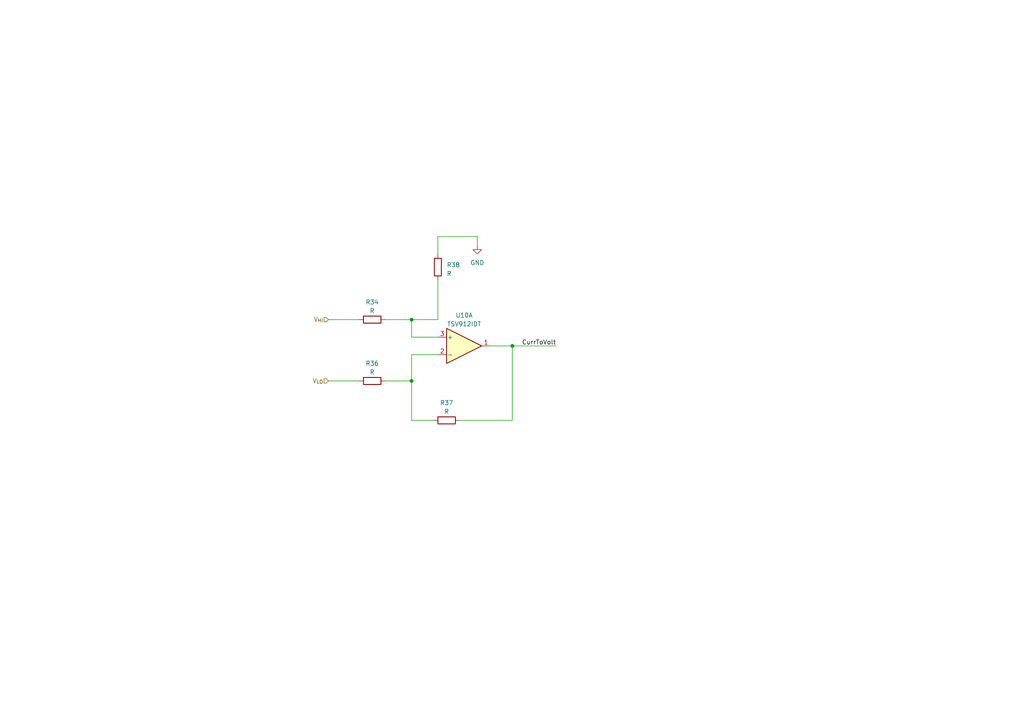
<source format=kicad_sch>
(kicad_sch (version 20230121) (generator eeschema)

  (uuid 5b5beaed-f666-4af4-a2f5-77fd102b94b9)

  (paper "A4")

  (lib_symbols
    (symbol "Amplifier_Operational:TSV912IDT" (pin_names (offset 0.127)) (in_bom yes) (on_board yes)
      (property "Reference" "U" (at 0 5.08 0)
        (effects (font (size 1.27 1.27)) (justify left))
      )
      (property "Value" "TSV912IDT" (at 0 -5.08 0)
        (effects (font (size 1.27 1.27)) (justify left))
      )
      (property "Footprint" "" (at 0 0 0)
        (effects (font (size 1.27 1.27)) hide)
      )
      (property "Datasheet" "www.st.com/resource/en/datasheet/tsv911.pdf" (at 0 0 0)
        (effects (font (size 1.27 1.27)) hide)
      )
      (property "ki_locked" "" (at 0 0 0)
        (effects (font (size 1.27 1.27)))
      )
      (property "ki_keywords" "dual opamp" (at 0 0 0)
        (effects (font (size 1.27 1.27)) hide)
      )
      (property "ki_description" "Dual rail-to-rail input/output 8 MHz operational amplifiers, SOIC-8" (at 0 0 0)
        (effects (font (size 1.27 1.27)) hide)
      )
      (property "ki_fp_filters" "SOIC*3.9x4.9mm*P1.27mm* DIP*W7.62mm* TO*99* OnSemi*Micro8* TSSOP*3x3mm*P0.65mm* TSSOP*4.4x3mm*P0.65mm* MSOP*3x3mm*P0.65mm* SSOP*3.9x4.9mm*P0.635mm* LFCSP*2x2mm*P0.5mm* *SIP* SOIC*5.3x6.2mm*P1.27mm*" (at 0 0 0)
        (effects (font (size 1.27 1.27)) hide)
      )
      (symbol "TSV912IDT_1_1"
        (polyline
          (pts
            (xy -5.08 5.08)
            (xy 5.08 0)
            (xy -5.08 -5.08)
            (xy -5.08 5.08)
          )
          (stroke (width 0.254) (type default))
          (fill (type background))
        )
        (pin output line (at 7.62 0 180) (length 2.54)
          (name "~" (effects (font (size 1.27 1.27))))
          (number "1" (effects (font (size 1.27 1.27))))
        )
        (pin input line (at -7.62 -2.54 0) (length 2.54)
          (name "-" (effects (font (size 1.27 1.27))))
          (number "2" (effects (font (size 1.27 1.27))))
        )
        (pin input line (at -7.62 2.54 0) (length 2.54)
          (name "+" (effects (font (size 1.27 1.27))))
          (number "3" (effects (font (size 1.27 1.27))))
        )
      )
      (symbol "TSV912IDT_2_1"
        (polyline
          (pts
            (xy -5.08 5.08)
            (xy 5.08 0)
            (xy -5.08 -5.08)
            (xy -5.08 5.08)
          )
          (stroke (width 0.254) (type default))
          (fill (type background))
        )
        (pin input line (at -7.62 2.54 0) (length 2.54)
          (name "+" (effects (font (size 1.27 1.27))))
          (number "5" (effects (font (size 1.27 1.27))))
        )
        (pin input line (at -7.62 -2.54 0) (length 2.54)
          (name "-" (effects (font (size 1.27 1.27))))
          (number "6" (effects (font (size 1.27 1.27))))
        )
        (pin output line (at 7.62 0 180) (length 2.54)
          (name "~" (effects (font (size 1.27 1.27))))
          (number "7" (effects (font (size 1.27 1.27))))
        )
      )
      (symbol "TSV912IDT_3_1"
        (pin power_in line (at -2.54 -7.62 90) (length 3.81)
          (name "V-" (effects (font (size 1.27 1.27))))
          (number "4" (effects (font (size 1.27 1.27))))
        )
        (pin power_in line (at -2.54 7.62 270) (length 3.81)
          (name "V+" (effects (font (size 1.27 1.27))))
          (number "8" (effects (font (size 1.27 1.27))))
        )
      )
    )
    (symbol "Device:R" (pin_numbers hide) (pin_names (offset 0)) (in_bom yes) (on_board yes)
      (property "Reference" "R" (at 2.032 0 90)
        (effects (font (size 1.27 1.27)))
      )
      (property "Value" "R" (at 0 0 90)
        (effects (font (size 1.27 1.27)))
      )
      (property "Footprint" "" (at -1.778 0 90)
        (effects (font (size 1.27 1.27)) hide)
      )
      (property "Datasheet" "~" (at 0 0 0)
        (effects (font (size 1.27 1.27)) hide)
      )
      (property "ki_keywords" "R res resistor" (at 0 0 0)
        (effects (font (size 1.27 1.27)) hide)
      )
      (property "ki_description" "Resistor" (at 0 0 0)
        (effects (font (size 1.27 1.27)) hide)
      )
      (property "ki_fp_filters" "R_*" (at 0 0 0)
        (effects (font (size 1.27 1.27)) hide)
      )
      (symbol "R_0_1"
        (rectangle (start -1.016 -2.54) (end 1.016 2.54)
          (stroke (width 0.254) (type default))
          (fill (type none))
        )
      )
      (symbol "R_1_1"
        (pin passive line (at 0 3.81 270) (length 1.27)
          (name "~" (effects (font (size 1.27 1.27))))
          (number "1" (effects (font (size 1.27 1.27))))
        )
        (pin passive line (at 0 -3.81 90) (length 1.27)
          (name "~" (effects (font (size 1.27 1.27))))
          (number "2" (effects (font (size 1.27 1.27))))
        )
      )
    )
    (symbol "power:GND" (power) (pin_names (offset 0)) (in_bom yes) (on_board yes)
      (property "Reference" "#PWR" (at 0 -6.35 0)
        (effects (font (size 1.27 1.27)) hide)
      )
      (property "Value" "GND" (at 0 -3.81 0)
        (effects (font (size 1.27 1.27)))
      )
      (property "Footprint" "" (at 0 0 0)
        (effects (font (size 1.27 1.27)) hide)
      )
      (property "Datasheet" "" (at 0 0 0)
        (effects (font (size 1.27 1.27)) hide)
      )
      (property "ki_keywords" "global power" (at 0 0 0)
        (effects (font (size 1.27 1.27)) hide)
      )
      (property "ki_description" "Power symbol creates a global label with name \"GND\" , ground" (at 0 0 0)
        (effects (font (size 1.27 1.27)) hide)
      )
      (symbol "GND_0_1"
        (polyline
          (pts
            (xy 0 0)
            (xy 0 -1.27)
            (xy 1.27 -1.27)
            (xy 0 -2.54)
            (xy -1.27 -1.27)
            (xy 0 -1.27)
          )
          (stroke (width 0) (type default))
          (fill (type none))
        )
      )
      (symbol "GND_1_1"
        (pin power_in line (at 0 0 270) (length 0) hide
          (name "GND" (effects (font (size 1.27 1.27))))
          (number "1" (effects (font (size 1.27 1.27))))
        )
      )
    )
  )

  (junction (at 119.38 110.49) (diameter 0) (color 0 0 0 0)
    (uuid 76a4240d-541f-4f8d-93b2-a0f810d34623)
  )
  (junction (at 148.59 100.33) (diameter 0) (color 0 0 0 0)
    (uuid 805f9dd2-90d7-4764-9f28-df7a3fa0cde8)
  )
  (junction (at 119.38 92.71) (diameter 0) (color 0 0 0 0)
    (uuid f1eef5f6-7fc4-4c4f-8fa3-06214f83cb92)
  )

  (wire (pts (xy 127 73.66) (xy 127 68.58))
    (stroke (width 0) (type default))
    (uuid 05efc5af-5159-439a-9e08-c92e2b34e1d3)
  )
  (wire (pts (xy 95.25 92.71) (xy 104.14 92.71))
    (stroke (width 0) (type default))
    (uuid 13f92824-5f89-4858-a4af-4b34b6fa07e0)
  )
  (wire (pts (xy 148.59 121.92) (xy 148.59 100.33))
    (stroke (width 0) (type default))
    (uuid 229ee408-2511-4339-bd73-4332b207da7d)
  )
  (wire (pts (xy 119.38 92.71) (xy 127 92.71))
    (stroke (width 0) (type default))
    (uuid 34e3aed4-07ef-4c1f-bba4-6fb0787d1b6d)
  )
  (wire (pts (xy 119.38 92.71) (xy 119.38 97.79))
    (stroke (width 0) (type default))
    (uuid 71737811-dfd1-4071-a0ed-beca5c5d8dc7)
  )
  (wire (pts (xy 148.59 100.33) (xy 161.29 100.33))
    (stroke (width 0) (type default))
    (uuid 81878ea0-46f9-4fc5-a76c-3b18d6e1d59b)
  )
  (wire (pts (xy 127 68.58) (xy 138.43 68.58))
    (stroke (width 0) (type default))
    (uuid 84e97caa-24e9-4e6d-a6c7-6b8c45e30a05)
  )
  (wire (pts (xy 127 92.71) (xy 127 81.28))
    (stroke (width 0) (type default))
    (uuid 86c5255e-2514-475d-af30-e2b9e0b44434)
  )
  (wire (pts (xy 95.25 110.49) (xy 104.14 110.49))
    (stroke (width 0) (type default))
    (uuid 9be5b588-672b-4db2-88d3-df1bc7e97cf4)
  )
  (wire (pts (xy 138.43 68.58) (xy 138.43 71.12))
    (stroke (width 0) (type default))
    (uuid a56d27b1-95de-45d6-a8b9-89692aed0e90)
  )
  (wire (pts (xy 111.76 110.49) (xy 119.38 110.49))
    (stroke (width 0) (type default))
    (uuid a87220cb-f56f-4f4b-be3b-036d29f31f75)
  )
  (wire (pts (xy 119.38 97.79) (xy 127 97.79))
    (stroke (width 0) (type default))
    (uuid af8d4c09-e4ac-44e4-8bd4-8ebf946902b6)
  )
  (wire (pts (xy 119.38 121.92) (xy 119.38 110.49))
    (stroke (width 0) (type default))
    (uuid b70843e9-4747-4926-8643-3cc59878735e)
  )
  (wire (pts (xy 148.59 100.33) (xy 142.24 100.33))
    (stroke (width 0) (type default))
    (uuid c552dd03-072b-4cdc-80d1-a5b7bf7eeda1)
  )
  (wire (pts (xy 125.73 121.92) (xy 119.38 121.92))
    (stroke (width 0) (type default))
    (uuid c70f7c59-24af-4668-8507-7b2255ea9eae)
  )
  (wire (pts (xy 119.38 102.87) (xy 127 102.87))
    (stroke (width 0) (type default))
    (uuid d9847e10-a6fd-437f-a0fa-f1819609af5d)
  )
  (wire (pts (xy 119.38 110.49) (xy 119.38 102.87))
    (stroke (width 0) (type default))
    (uuid e2d5b701-8d40-45e5-8064-4437a952399c)
  )
  (wire (pts (xy 133.35 121.92) (xy 148.59 121.92))
    (stroke (width 0) (type default))
    (uuid fd617953-d8c3-43c6-8d8c-251d343318c7)
  )
  (wire (pts (xy 111.76 92.71) (xy 119.38 92.71))
    (stroke (width 0) (type default))
    (uuid fdff7f9d-762f-48aa-959f-a8d38ef500dd)
  )

  (label "CurrToVolt" (at 161.29 100.33 180) (fields_autoplaced)
    (effects (font (size 1.27 1.27)) (justify right bottom))
    (uuid d1ff0e5c-9931-4ffe-a799-398b3a4c68ba)
  )

  (hierarchical_label "V_{HI}" (shape input) (at 95.25 92.71 180) (fields_autoplaced)
    (effects (font (size 1.27 1.27)) (justify right))
    (uuid d1e78f55-94be-4caf-b0fd-416d31fedb0d)
  )
  (hierarchical_label "V_{LO}" (shape input) (at 95.25 110.49 180) (fields_autoplaced)
    (effects (font (size 1.27 1.27)) (justify right))
    (uuid e2b6c04a-b55a-4620-a071-015a13a58f61)
  )

  (symbol (lib_id "Device:R") (at 127 77.47 180) (unit 1)
    (in_bom yes) (on_board yes) (dnp no) (fields_autoplaced)
    (uuid 47017748-bd80-4efc-9951-a825657aeff2)
    (property "Reference" "R38" (at 129.54 76.835 0)
      (effects (font (size 1.27 1.27)) (justify right))
    )
    (property "Value" "R" (at 129.54 79.375 0)
      (effects (font (size 1.27 1.27)) (justify right))
    )
    (property "Footprint" "" (at 128.778 77.47 90)
      (effects (font (size 1.27 1.27)) hide)
    )
    (property "Datasheet" "~" (at 127 77.47 0)
      (effects (font (size 1.27 1.27)) hide)
    )
    (pin "1" (uuid e3d8fd96-bb63-4da5-a3d8-29ccfaeb244e))
    (pin "2" (uuid e07cc838-d585-4f9e-95e3-d06a9c9136a5))
    (instances
      (project "FCBoard"
        (path "/7aefa7f6-8562-49e0-9457-229f56bba97d/483ed529-0998-43e9-b404-75e6d31b159c"
          (reference "R38") (unit 1)
        )
      )
    )
  )

  (symbol (lib_id "Amplifier_Operational:TSV912IDT") (at 134.62 100.33 0) (unit 1)
    (in_bom yes) (on_board yes) (dnp no)
    (uuid 5ab48e6d-8727-4310-8b6e-13a014f649c5)
    (property "Reference" "U10" (at 134.62 91.44 0)
      (effects (font (size 1.27 1.27)))
    )
    (property "Value" "TSV912IDT" (at 134.62 93.98 0)
      (effects (font (size 1.27 1.27)))
    )
    (property "Footprint" "" (at 134.62 100.33 0)
      (effects (font (size 1.27 1.27)) hide)
    )
    (property "Datasheet" "www.st.com/resource/en/datasheet/tsv911.pdf" (at 134.62 100.33 0)
      (effects (font (size 1.27 1.27)) hide)
    )
    (pin "1" (uuid f23ca438-fc46-4fe8-9f79-196c3b4a487e))
    (pin "2" (uuid 54f53281-737b-418d-b01f-59a732102f09))
    (pin "3" (uuid ef87a3c8-d062-4e6c-b127-8b6c0015ffe8))
    (pin "5" (uuid 0fceb3a2-bd81-4a92-acfa-051ebd69306f))
    (pin "6" (uuid d1b61b90-ead3-441a-a790-bc67345cd5f2))
    (pin "7" (uuid adec53e0-5327-4e1d-ba5b-f8fd678e3709))
    (pin "4" (uuid 29129ae5-6f1d-45f1-97a4-35466fa2c7d9))
    (pin "8" (uuid 74dd7348-1a98-4eab-b44d-89428b6f23ee))
    (instances
      (project "FCBoard"
        (path "/7aefa7f6-8562-49e0-9457-229f56bba97d/5be85d44-b1c4-47a6-b267-9e3b1f3657e3"
          (reference "U10") (unit 1)
        )
        (path "/7aefa7f6-8562-49e0-9457-229f56bba97d/59d9b0c4-d4f4-4be3-8a94-d2e2577f3ec5"
          (reference "U12") (unit 1)
        )
        (path "/7aefa7f6-8562-49e0-9457-229f56bba97d/fe3123b0-dc9c-4c12-a57a-891411bdcffa"
          (reference "U7") (unit 1)
        )
        (path "/7aefa7f6-8562-49e0-9457-229f56bba97d/483ed529-0998-43e9-b404-75e6d31b159c"
          (reference "U12") (unit 1)
        )
      )
    )
  )

  (symbol (lib_id "Device:R") (at 107.95 110.49 90) (unit 1)
    (in_bom yes) (on_board yes) (dnp no) (fields_autoplaced)
    (uuid cba6ec0f-6431-4718-9c16-d1a040c2cd36)
    (property "Reference" "R36" (at 107.95 105.41 90)
      (effects (font (size 1.27 1.27)))
    )
    (property "Value" "R" (at 107.95 107.95 90)
      (effects (font (size 1.27 1.27)))
    )
    (property "Footprint" "" (at 107.95 112.268 90)
      (effects (font (size 1.27 1.27)) hide)
    )
    (property "Datasheet" "~" (at 107.95 110.49 0)
      (effects (font (size 1.27 1.27)) hide)
    )
    (pin "1" (uuid 5792dbbb-4c79-417e-8681-8090992b947f))
    (pin "2" (uuid 7be0ad2f-06fe-4136-8d38-bbe8adc9add8))
    (instances
      (project "FCBoard"
        (path "/7aefa7f6-8562-49e0-9457-229f56bba97d/483ed529-0998-43e9-b404-75e6d31b159c"
          (reference "R36") (unit 1)
        )
      )
    )
  )

  (symbol (lib_id "Device:R") (at 107.95 92.71 90) (unit 1)
    (in_bom yes) (on_board yes) (dnp no) (fields_autoplaced)
    (uuid e8f3f6f1-da45-46bf-b761-e7ceac549127)
    (property "Reference" "R34" (at 107.95 87.63 90)
      (effects (font (size 1.27 1.27)))
    )
    (property "Value" "R" (at 107.95 90.17 90)
      (effects (font (size 1.27 1.27)))
    )
    (property "Footprint" "" (at 107.95 94.488 90)
      (effects (font (size 1.27 1.27)) hide)
    )
    (property "Datasheet" "~" (at 107.95 92.71 0)
      (effects (font (size 1.27 1.27)) hide)
    )
    (pin "1" (uuid 5e3449ae-5522-4755-a7ab-2a1c68066287))
    (pin "2" (uuid 3241cbbd-3f17-45cf-9b57-5d5bc24cb5a2))
    (instances
      (project "FCBoard"
        (path "/7aefa7f6-8562-49e0-9457-229f56bba97d/483ed529-0998-43e9-b404-75e6d31b159c"
          (reference "R34") (unit 1)
        )
      )
    )
  )

  (symbol (lib_id "power:GND") (at 138.43 71.12 0) (unit 1)
    (in_bom yes) (on_board yes) (dnp no) (fields_autoplaced)
    (uuid f01a0b84-6265-44d7-b606-4bb23c3900ed)
    (property "Reference" "#PWR01" (at 138.43 77.47 0)
      (effects (font (size 1.27 1.27)) hide)
    )
    (property "Value" "GND" (at 138.43 76.2 0)
      (effects (font (size 1.27 1.27)))
    )
    (property "Footprint" "" (at 138.43 71.12 0)
      (effects (font (size 1.27 1.27)) hide)
    )
    (property "Datasheet" "" (at 138.43 71.12 0)
      (effects (font (size 1.27 1.27)) hide)
    )
    (pin "1" (uuid c3eaba69-e352-4332-a9a3-ac4f42a835d6))
    (instances
      (project "FCBoard"
        (path "/7aefa7f6-8562-49e0-9457-229f56bba97d/483ed529-0998-43e9-b404-75e6d31b159c"
          (reference "#PWR01") (unit 1)
        )
      )
    )
  )

  (symbol (lib_id "Device:R") (at 129.54 121.92 90) (unit 1)
    (in_bom yes) (on_board yes) (dnp no) (fields_autoplaced)
    (uuid fcd4187c-e1f0-41f0-9519-574478529e94)
    (property "Reference" "R37" (at 129.54 116.84 90)
      (effects (font (size 1.27 1.27)))
    )
    (property "Value" "R" (at 129.54 119.38 90)
      (effects (font (size 1.27 1.27)))
    )
    (property "Footprint" "" (at 129.54 123.698 90)
      (effects (font (size 1.27 1.27)) hide)
    )
    (property "Datasheet" "~" (at 129.54 121.92 0)
      (effects (font (size 1.27 1.27)) hide)
    )
    (pin "1" (uuid 2309d3e2-98ea-4792-b737-83f30ec244e9))
    (pin "2" (uuid 7766ae7e-4e0b-453e-8f64-a5d0bda8282e))
    (instances
      (project "FCBoard"
        (path "/7aefa7f6-8562-49e0-9457-229f56bba97d/483ed529-0998-43e9-b404-75e6d31b159c"
          (reference "R37") (unit 1)
        )
      )
    )
  )
)

</source>
